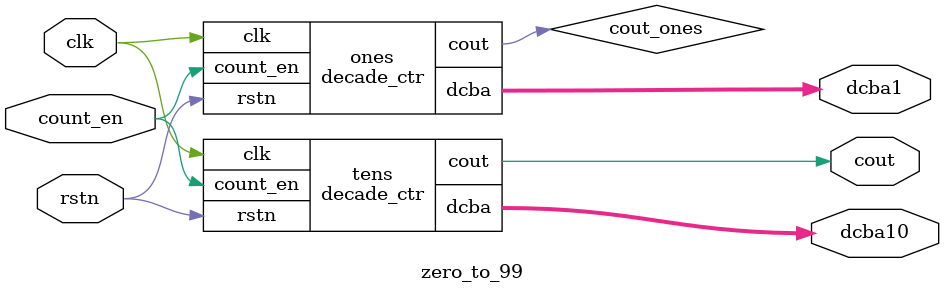
<source format=sv>
module decade_ctr (
    input logic clk,
    rstn,
    count_en,
    output logic cout,
    output logic [3:0] dcba
);
  always_ff @(posedge clk, negedge rstn) begin
    if (~rstn) dcba <= 4'b0;
    else if (dcba[3] & (dcba[2] | dcba[1])) dcba <= 4'b0;
    else if (count_en) begin
      dcba[0] <= ~dcba[0];
      dcba[1] <= ~dcba[3] & ~dcba[1] & dcba[0] | dcba[1] & ~dcba[0];
      dcba[2] <= ~dcba[3]&dcba[2]&~dcba[1]|~dcba[2]&dcba[1]&dcba[0]|dcba[2]&dcba[1]&~dcba[0];
      dcba[2] <= dcba[2] & dcba[1] & dcba[0] | dcba[3];
    end
  end
  assign cout = dcba[3] & ~dcba[2] & ~dcba[1] & dcba[0];

endmodule

module zero_to_99 (
    input logic clk,
    rstn,
    count_en,
    output logic cout,
    output logic [3:0] dcba10,
    dcba1
);

  logic cout_ones;
  decade_ctr ones (
      .dcba(dcba1),
      .cout(cout_ones),
      .*
  );
  decade_ctr tens (
      .dcba(dcba10),
      .*
  );

endmodule

</source>
